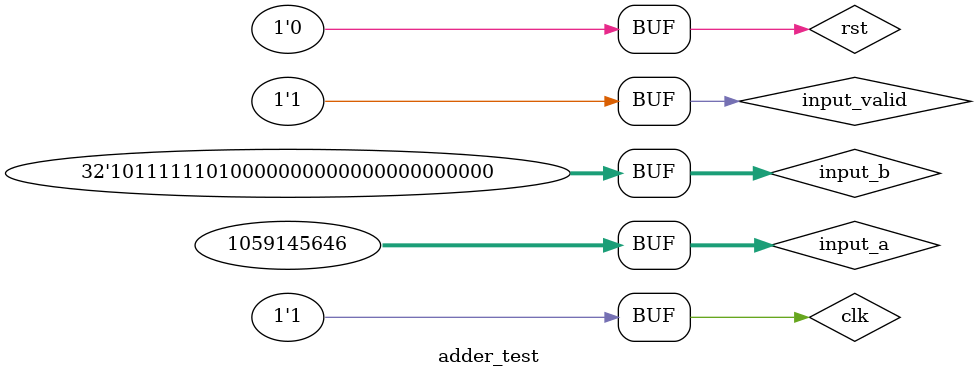
<source format=v>
`timescale 1ns / 1ps


module adder_test;

	// Inputs
	reg [31:0] input_a;
	reg [31:0] input_b;
	reg input_valid;
	reg clk;
	reg rst;

	// Outputs
	wire [31:0] output_z;
	wire output_valid;

	// Instantiate the Unit Under Test (UUT)
	adder uut (
		.input_a(input_a), 
		.input_b(input_b), 
		.input_valid(input_valid), 
		.output_z(output_z),
		.output_valid(output_valid),
		.clk(clk), 
		.rst(rst)
	
	);
always    
begin        
#10 clk = 0;             
#10 clk = 1;   
end
   
	initial begin
		// Initialize Inputs
		input_a = 0;        
		input_valid=0;
		input_b = 0;      
	            
		clk = 0;    
		rst = 0;     
		#20 rst = 1'b1;
		#20 rst = 0;
		#20 input_valid=1;input_a= 32'b00111111001000010100011110101110;input_b =32'b10111111010000000000000000000000;
      end
endmodule

</source>
